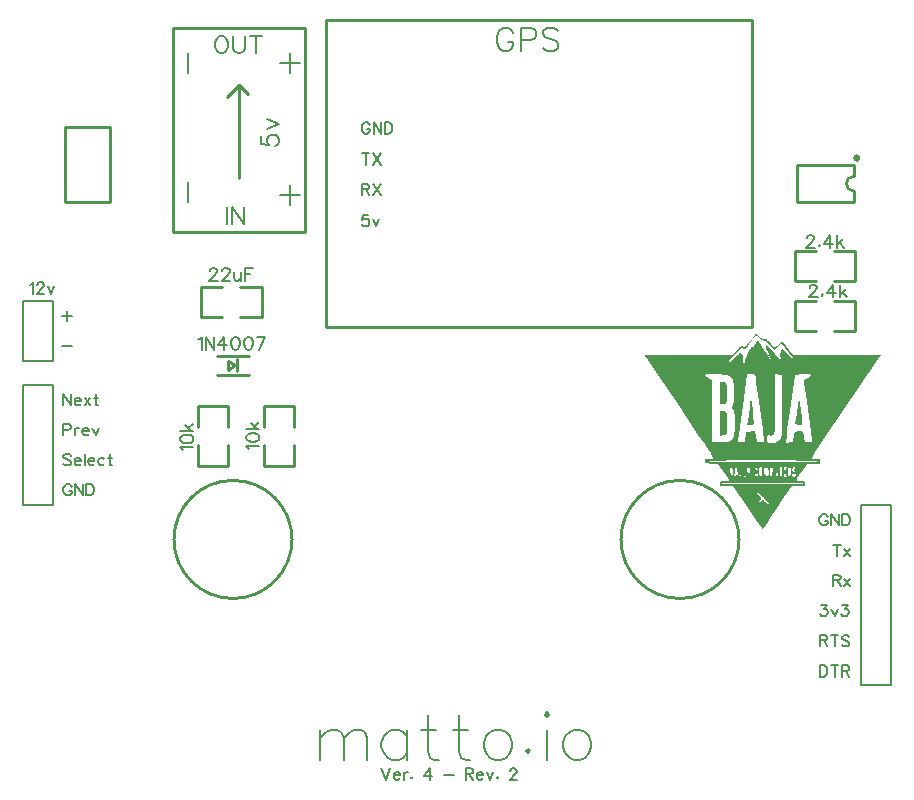
<source format=gto>
G04 Layer: TopSilkLayer*
G04 EasyEDA v6.4.25, 2021-11-06T18:35:38+01:00*
G04 257399e89a0843229902440734c7eb75,b8d8dd1b48584f29be867e52f4c70977,10*
G04 Gerber Generator version 0.2*
G04 Scale: 100 percent, Rotated: No, Reflected: No *
G04 Dimensions in millimeters *
G04 leading zeros omitted , absolute positions ,4 integer and 5 decimal *
%FSLAX45Y45*%
%MOMM*%

%ADD10C,0.2540*%
%ADD31C,0.2032*%
%ADD32C,0.2030*%
%ADD33C,0.1524*%

%LPD*%
G36*
X6194450Y-2674721D02*
G01*
X6193332Y-2675229D01*
X6189065Y-2679293D01*
X6182461Y-2686862D01*
X6173927Y-2697327D01*
X6164021Y-2710180D01*
X6128969Y-2758186D01*
X6119723Y-2770073D01*
X6115812Y-2774645D01*
X6112256Y-2778404D01*
X6109004Y-2781401D01*
X6106007Y-2783738D01*
X6103112Y-2785465D01*
X6100368Y-2786583D01*
X6097574Y-2787243D01*
X6094730Y-2787446D01*
X6091732Y-2787294D01*
X6080658Y-2785313D01*
X6076645Y-2784906D01*
X6072886Y-2784906D01*
X6069279Y-2785516D01*
X6065621Y-2786684D01*
X6061862Y-2788615D01*
X6057900Y-2791256D01*
X6053531Y-2794711D01*
X6048705Y-2799080D01*
X6037122Y-2810865D01*
X5996025Y-2855214D01*
X5496001Y-2855417D01*
X5366105Y-2856128D01*
X5316321Y-2856636D01*
X5279085Y-2857246D01*
X5250891Y-2858211D01*
X5249621Y-2858516D01*
X5252821Y-2864053D01*
X5275630Y-2899003D01*
X5295223Y-2928366D01*
X5952337Y-2928366D01*
X5952896Y-2926537D01*
X5954623Y-2923540D01*
X5961684Y-2914142D01*
X5966917Y-2907690D01*
X5985256Y-2886557D01*
X6005220Y-2864510D01*
X6033719Y-2833827D01*
X6046876Y-2820212D01*
X6057138Y-2810408D01*
X6061405Y-2806750D01*
X6065164Y-2803906D01*
X6068517Y-2801823D01*
X6071616Y-2800350D01*
X6074460Y-2799486D01*
X6077153Y-2799181D01*
X6079794Y-2799334D01*
X6082487Y-2799943D01*
X6094120Y-2804566D01*
X6096711Y-2805176D01*
X6099251Y-2805379D01*
X6101791Y-2805023D01*
X6104382Y-2804160D01*
X6107074Y-2802585D01*
X6110071Y-2800350D01*
X6113322Y-2797302D01*
X6116980Y-2793441D01*
X6125718Y-2782925D01*
X6136995Y-2768193D01*
X6196533Y-2687269D01*
X6224219Y-2714294D01*
X6230315Y-2719984D01*
X6236157Y-2724962D01*
X6241643Y-2729128D01*
X6246672Y-2732430D01*
X6251143Y-2734818D01*
X6255004Y-2736240D01*
X6258153Y-2736697D01*
X6262116Y-2735580D01*
X6264300Y-2735834D01*
X6267043Y-2736799D01*
X6270294Y-2738374D01*
X6278270Y-2743504D01*
X6287922Y-2751023D01*
X6299098Y-2760827D01*
X6311544Y-2772714D01*
X6353962Y-2814675D01*
X6408470Y-2760065D01*
X6441541Y-2798470D01*
X6476593Y-2840532D01*
X6544360Y-2923794D01*
X6413296Y-2795371D01*
X6401765Y-2834284D01*
X6400088Y-2841752D01*
X6399072Y-2848508D01*
X6398666Y-2854807D01*
X6398869Y-2860751D01*
X6399733Y-2866593D01*
X6401257Y-2872587D01*
X6406438Y-2887726D01*
X6408572Y-2895447D01*
X6409486Y-2901086D01*
X6409131Y-2903931D01*
X6408521Y-2903778D01*
X6407251Y-2902966D01*
X6403035Y-2899105D01*
X6396634Y-2892755D01*
X6378600Y-2873502D01*
X6355334Y-2847492D01*
X6326174Y-2813913D01*
X6302248Y-2787091D01*
X6294018Y-2778506D01*
X6287770Y-2772867D01*
X6285331Y-2770987D01*
X6283248Y-2769768D01*
X6281572Y-2769158D01*
X6280200Y-2769108D01*
X6279083Y-2769565D01*
X6278168Y-2770530D01*
X6277508Y-2771902D01*
X6276543Y-2776016D01*
X6276187Y-2778607D01*
X6276035Y-2782112D01*
X6276390Y-2786227D01*
X6277152Y-2790952D01*
X6278422Y-2796235D01*
X6282283Y-2808427D01*
X6284874Y-2815336D01*
X6291326Y-2830525D01*
X6299454Y-2847543D01*
X6315303Y-2878937D01*
X6321094Y-2891282D01*
X6325260Y-2900984D01*
X6327648Y-2907588D01*
X6328054Y-2909570D01*
X6327902Y-2910535D01*
X6327241Y-2910484D01*
X6324650Y-2907792D01*
X6320028Y-2901899D01*
X6305600Y-2881782D01*
X6286144Y-2853131D01*
X6263690Y-2818993D01*
X6207252Y-2731871D01*
X6178092Y-2779014D01*
X6173012Y-2786532D01*
X6168796Y-2792120D01*
X6165392Y-2795879D01*
X6162751Y-2797810D01*
X6160719Y-2798013D01*
X6159246Y-2796590D01*
X6157671Y-2792222D01*
X6156553Y-2792222D01*
X6154978Y-2793441D01*
X6152946Y-2795879D01*
X6150508Y-2799486D01*
X6144564Y-2810052D01*
X6137249Y-2824734D01*
X6128816Y-2843276D01*
X6111544Y-2882747D01*
X6103874Y-2899511D01*
X6097219Y-2913481D01*
X6091936Y-2923794D01*
X6088430Y-2929737D01*
X6087414Y-2930855D01*
X6086398Y-2930804D01*
X6085636Y-2929280D01*
X6085078Y-2926486D01*
X6084671Y-2922524D01*
X6084671Y-2911703D01*
X6086449Y-2887726D01*
X6086754Y-2879242D01*
X6086500Y-2872130D01*
X6085636Y-2866136D01*
X6084112Y-2861056D01*
X6081826Y-2856585D01*
X6078778Y-2852470D01*
X6074867Y-2848457D01*
X6070193Y-2844241D01*
X6066180Y-2841498D01*
X6062421Y-2840329D01*
X6058306Y-2840939D01*
X6053378Y-2843530D01*
X6047181Y-2848254D01*
X6039154Y-2855315D01*
X6010198Y-2881985D01*
X5989421Y-2900730D01*
X5973216Y-2914650D01*
X5961634Y-2923895D01*
X5957570Y-2926791D01*
X5954623Y-2928467D01*
X5952896Y-2928975D01*
X5952439Y-2928823D01*
X5952337Y-2928366D01*
X5295223Y-2928366D01*
X5361949Y-3026867D01*
X5755030Y-3026867D01*
X5755436Y-3026003D01*
X5756656Y-3025190D01*
X5761228Y-3023819D01*
X5768441Y-3022752D01*
X5777941Y-3021888D01*
X5789422Y-3021279D01*
X5816854Y-3020771D01*
X5848045Y-3021126D01*
X5864148Y-3021584D01*
X5895797Y-3023158D01*
X5924346Y-3025444D01*
X5936640Y-3026816D01*
X5947105Y-3028340D01*
X5955436Y-3030016D01*
X5961329Y-3031845D01*
X5968898Y-3035401D01*
X5972403Y-3037382D01*
X5978753Y-3041802D01*
X5981649Y-3044240D01*
X5984392Y-3046933D01*
X5986881Y-3049778D01*
X5989269Y-3052927D01*
X5991453Y-3056280D01*
X5995314Y-3063798D01*
X5997041Y-3067964D01*
X5999988Y-3077311D01*
X6002426Y-3088081D01*
X6004306Y-3100374D01*
X6005728Y-3114294D01*
X6006744Y-3130042D01*
X6007404Y-3147669D01*
X6007658Y-3167430D01*
X6007658Y-3188716D01*
X6007354Y-3208223D01*
X6006744Y-3225444D01*
X6005830Y-3240430D01*
X6004610Y-3253282D01*
X6003036Y-3264052D01*
X6001156Y-3272790D01*
X6000089Y-3276447D01*
X5997702Y-3282289D01*
X5992825Y-3292703D01*
X5991453Y-3300120D01*
X5993638Y-3306368D01*
X6001207Y-3315106D01*
X6002782Y-3317341D01*
X6004204Y-3319983D01*
X6005474Y-3323082D01*
X6006642Y-3326688D01*
X6008624Y-3335680D01*
X6010198Y-3347465D01*
X6011519Y-3362502D01*
X6012535Y-3381298D01*
X6014008Y-3429508D01*
X6014262Y-3451504D01*
X6014212Y-3471214D01*
X6013754Y-3488791D01*
X6012840Y-3504387D01*
X6011418Y-3518204D01*
X6009538Y-3530346D01*
X6008420Y-3535832D01*
X6005677Y-3545789D01*
X6002375Y-3554476D01*
X6000496Y-3558387D01*
X5998413Y-3562045D01*
X5993790Y-3568649D01*
X5988507Y-3574440D01*
X5982411Y-3579571D01*
X5975604Y-3584244D01*
X5967984Y-3588613D01*
X5964584Y-3590290D01*
X6037834Y-3590290D01*
X6038291Y-3585413D01*
X6040678Y-3572306D01*
X6046724Y-3532581D01*
X6055664Y-3470452D01*
X6089751Y-3226054D01*
X6118707Y-3021279D01*
X6163513Y-3021380D01*
X6171844Y-3021787D01*
X6178042Y-3022752D01*
X6182512Y-3024581D01*
X6185611Y-3027426D01*
X6187795Y-3031591D01*
X6189472Y-3037281D01*
X6192113Y-3051911D01*
X6197498Y-3090011D01*
X6204966Y-3147009D01*
X6217970Y-3249930D01*
X6232804Y-3362350D01*
X6249822Y-3485794D01*
X6255105Y-3525367D01*
X6258458Y-3554476D01*
X6259479Y-3568649D01*
X6282994Y-3568649D01*
X6283452Y-3561486D01*
X6284264Y-3553866D01*
X6285280Y-3548126D01*
X6286855Y-3544011D01*
X6289192Y-3541268D01*
X6292596Y-3539693D01*
X6297371Y-3539083D01*
X6303873Y-3539185D01*
X6319418Y-3540302D01*
X6325514Y-3540302D01*
X6330594Y-3539744D01*
X6334912Y-3538626D01*
X6338519Y-3536950D01*
X6341567Y-3534562D01*
X6344208Y-3531514D01*
X6346596Y-3527704D01*
X6347307Y-3525672D01*
X6348018Y-3522421D01*
X6349339Y-3512413D01*
X6350508Y-3497681D01*
X6351473Y-3478276D01*
X6352336Y-3454298D01*
X6353606Y-3392627D01*
X6354216Y-3313125D01*
X6354318Y-3020466D01*
X6415684Y-3024886D01*
X6415582Y-3365804D01*
X6415024Y-3447592D01*
X6414465Y-3477361D01*
X6413601Y-3500932D01*
X6412484Y-3519220D01*
X6411010Y-3533190D01*
X6409182Y-3543808D01*
X6408115Y-3548126D01*
X6405575Y-3555339D01*
X6402578Y-3561537D01*
X6399682Y-3566312D01*
X6396329Y-3570935D01*
X6392570Y-3575304D01*
X6388404Y-3579469D01*
X6383883Y-3583381D01*
X6379057Y-3587038D01*
X6373926Y-3590442D01*
X6368491Y-3593592D01*
X6362852Y-3596386D01*
X6354441Y-3599789D01*
X6446672Y-3599789D01*
X6453174Y-3540658D01*
X6460032Y-3488029D01*
X6475018Y-3383686D01*
X6489954Y-3276142D01*
X6506108Y-3154527D01*
X6515455Y-3086252D01*
X6522110Y-3041243D01*
X6524142Y-3030321D01*
X6525209Y-3029102D01*
X6527596Y-3027934D01*
X6531152Y-3026867D01*
X6535724Y-3025851D01*
X6547510Y-3024124D01*
X6562090Y-3022701D01*
X6578447Y-3021685D01*
X6595719Y-3021076D01*
X6612890Y-3020872D01*
X6629044Y-3021076D01*
X6643268Y-3021787D01*
X6654596Y-3022955D01*
X6658864Y-3023717D01*
X6662064Y-3024632D01*
X6664096Y-3025648D01*
X6664807Y-3026867D01*
X6664147Y-3028340D01*
X6662216Y-3030423D01*
X6659219Y-3033014D01*
X6655257Y-3036011D01*
X6644894Y-3042818D01*
X6632295Y-3050184D01*
X6622440Y-3055670D01*
X6614871Y-3060344D01*
X6609334Y-3064560D01*
X6605574Y-3068574D01*
X6603288Y-3072790D01*
X6602323Y-3077464D01*
X6602425Y-3083001D01*
X6611264Y-3144774D01*
X6624624Y-3244494D01*
X6658914Y-3509314D01*
X6668008Y-3573424D01*
X6670243Y-3585464D01*
X6670751Y-3590290D01*
X6670141Y-3593846D01*
X6668211Y-3596233D01*
X6664553Y-3597706D01*
X6658965Y-3598519D01*
X6651040Y-3598824D01*
X6607911Y-3598875D01*
X6601815Y-3554069D01*
X6599224Y-3536899D01*
X6597954Y-3530041D01*
X6596634Y-3524300D01*
X6595109Y-3519474D01*
X6593382Y-3515512D01*
X6591350Y-3512362D01*
X6588963Y-3509924D01*
X6586118Y-3508095D01*
X6582816Y-3506825D01*
X6578904Y-3505911D01*
X6574332Y-3505403D01*
X6563055Y-3505047D01*
X6549237Y-3505098D01*
X6537807Y-3505606D01*
X6533184Y-3506317D01*
X6529222Y-3507333D01*
X6525818Y-3508857D01*
X6522974Y-3510889D01*
X6520586Y-3513531D01*
X6518656Y-3516833D01*
X6517030Y-3520948D01*
X6515709Y-3525926D01*
X6514592Y-3531819D01*
X6512915Y-3546754D01*
X6510781Y-3575862D01*
X6509816Y-3583025D01*
X6508292Y-3588258D01*
X6505752Y-3591864D01*
X6501841Y-3594252D01*
X6496202Y-3595776D01*
X6488379Y-3596741D01*
X6446672Y-3599789D01*
X6354441Y-3599789D01*
X6351016Y-3601008D01*
X6344818Y-3602786D01*
X6338519Y-3604209D01*
X6332169Y-3605276D01*
X6325768Y-3605885D01*
X6319316Y-3606139D01*
X6312916Y-3605834D01*
X6307074Y-3604920D01*
X6301892Y-3603345D01*
X6297371Y-3601212D01*
X6293459Y-3598468D01*
X6290157Y-3595065D01*
X6287516Y-3591051D01*
X6285433Y-3586378D01*
X6284010Y-3581095D01*
X6283198Y-3575202D01*
X6282994Y-3568649D01*
X6259479Y-3568649D01*
X6259677Y-3574796D01*
X6259423Y-3582111D01*
X6258661Y-3587800D01*
X6257239Y-3592068D01*
X6256324Y-3593693D01*
X6255258Y-3595065D01*
X6252667Y-3596995D01*
X6249416Y-3598062D01*
X6245555Y-3598418D01*
X6240983Y-3598367D01*
X6222593Y-3596843D01*
X6216243Y-3595878D01*
X6210909Y-3594658D01*
X6206439Y-3593134D01*
X6202934Y-3591407D01*
X6200292Y-3589375D01*
X6198616Y-3587038D01*
X6197803Y-3584448D01*
X6187236Y-3504336D01*
X6112459Y-3508654D01*
X6099606Y-3598875D01*
X6057239Y-3598824D01*
X6049467Y-3598519D01*
X6043980Y-3597706D01*
X6040374Y-3596182D01*
X6038443Y-3593795D01*
X6037834Y-3590290D01*
X5964584Y-3590290D01*
X5960567Y-3592068D01*
X5956757Y-3593439D01*
X5948527Y-3595573D01*
X5939028Y-3596995D01*
X5927648Y-3597757D01*
X5913831Y-3597960D01*
X5897016Y-3597656D01*
X5823610Y-3595268D01*
X5819851Y-3067812D01*
X5780938Y-3046425D01*
X5774842Y-3042818D01*
X5764580Y-3035960D01*
X5757621Y-3030423D01*
X5755690Y-3028340D01*
X5755030Y-3026867D01*
X5361949Y-3026867D01*
X5531053Y-3276142D01*
X5688177Y-3506825D01*
X5727903Y-3565448D01*
X5761736Y-3615842D01*
X5789422Y-3657498D01*
X5810605Y-3689858D01*
X5825032Y-3712565D01*
X5832348Y-3725062D01*
X5833211Y-3727043D01*
X5833211Y-3729278D01*
X5832094Y-3731158D01*
X5829808Y-3732682D01*
X5826201Y-3733952D01*
X5821324Y-3734917D01*
X5815076Y-3735578D01*
X5798413Y-3736086D01*
X5786424Y-3736136D01*
X5777382Y-3736441D01*
X5770880Y-3737254D01*
X5766562Y-3738727D01*
X5764072Y-3741115D01*
X5763006Y-3744671D01*
X5762955Y-3749497D01*
X5763786Y-3757574D01*
X5780278Y-3757574D01*
X5780735Y-3757168D01*
X5784748Y-3756304D01*
X5790946Y-3755644D01*
X5811316Y-3754475D01*
X5842355Y-3753408D01*
X5883960Y-3752545D01*
X5998718Y-3751224D01*
X6155283Y-3750614D01*
X6353352Y-3750614D01*
X6507276Y-3751326D01*
X6568998Y-3751884D01*
X6620509Y-3752646D01*
X6661607Y-3753561D01*
X6703669Y-3755186D01*
X6718401Y-3756507D01*
X6721805Y-3757168D01*
X6722465Y-3757574D01*
X6722465Y-3757929D01*
X6720484Y-3758641D01*
X6715810Y-3759352D01*
X6698538Y-3760571D01*
X6670751Y-3761689D01*
X6632600Y-3762603D01*
X6584137Y-3763416D01*
X6456781Y-3764483D01*
X6378041Y-3764787D01*
X6162040Y-3764889D01*
X6007252Y-3764229D01*
X5944412Y-3763670D01*
X5891479Y-3762908D01*
X5848604Y-3762044D01*
X5815990Y-3760978D01*
X5793740Y-3759809D01*
X5786628Y-3759149D01*
X5782106Y-3758488D01*
X5780887Y-3758133D01*
X5780278Y-3757574D01*
X5763786Y-3757574D01*
X5764834Y-3764178D01*
X5765901Y-3767277D01*
X5767425Y-3769817D01*
X5769660Y-3771849D01*
X5772759Y-3773474D01*
X5776925Y-3774694D01*
X5782310Y-3775659D01*
X5789117Y-3776421D01*
X5807811Y-3777538D01*
X5874156Y-3780332D01*
X5912251Y-3837025D01*
X5972251Y-3837025D01*
X5972454Y-3827424D01*
X5972962Y-3820210D01*
X5973978Y-3815029D01*
X5975553Y-3811676D01*
X5977737Y-3809847D01*
X5980582Y-3809237D01*
X5984290Y-3809644D01*
X5987694Y-3810711D01*
X5990488Y-3812540D01*
X5992774Y-3815334D01*
X5994501Y-3819296D01*
X5995822Y-3824528D01*
X5996736Y-3831234D01*
X5997346Y-3839667D01*
X5997702Y-3857498D01*
X5996990Y-3871010D01*
X5996381Y-3876598D01*
X5995568Y-3881221D01*
X5994876Y-3883609D01*
X6007608Y-3883609D01*
X6007862Y-3879799D01*
X6012027Y-3856126D01*
X6013551Y-3844696D01*
X6014567Y-3834028D01*
X6015532Y-3818280D01*
X6017107Y-3813098D01*
X6019342Y-3809898D01*
X6022035Y-3808729D01*
X6024981Y-3809593D01*
X6027877Y-3812540D01*
X6030417Y-3817467D01*
X6032449Y-3824528D01*
X6035903Y-3842613D01*
X6038267Y-3857751D01*
X6052108Y-3857751D01*
X6053074Y-3824224D01*
X6053582Y-3817162D01*
X6053836Y-3815791D01*
X6054140Y-3815892D01*
X6054852Y-3820312D01*
X6057188Y-3843731D01*
X6059662Y-3858107D01*
X6088176Y-3858107D01*
X6089751Y-3804665D01*
X6090959Y-3820210D01*
X6119164Y-3820210D01*
X6119774Y-3815537D01*
X6121095Y-3812540D01*
X6123279Y-3810863D01*
X6126327Y-3810203D01*
X6130391Y-3810254D01*
X6134354Y-3810812D01*
X6137351Y-3811981D01*
X6139535Y-3814064D01*
X6140907Y-3817315D01*
X6141516Y-3821988D01*
X6141516Y-3828440D01*
X6140907Y-3836924D01*
X6139752Y-3847998D01*
X6181039Y-3847998D01*
X6181140Y-3837432D01*
X6181547Y-3828796D01*
X6182258Y-3821887D01*
X6183325Y-3816553D01*
X6184798Y-3812692D01*
X6186728Y-3810152D01*
X6189167Y-3808729D01*
X6192113Y-3808272D01*
X6196736Y-3809187D01*
X6201156Y-3811574D01*
X6204864Y-3815079D01*
X6207404Y-3819448D01*
X6208928Y-3824782D01*
X6209131Y-3829304D01*
X6208318Y-3832860D01*
X6206642Y-3835247D01*
X6204254Y-3836263D01*
X6201410Y-3835806D01*
X6198362Y-3833672D01*
X6195212Y-3829761D01*
X6192113Y-3826510D01*
X6190030Y-3828287D01*
X6188862Y-3835400D01*
X6188572Y-3844391D01*
X6217767Y-3844391D01*
X6217818Y-3834384D01*
X6218631Y-3826103D01*
X6220206Y-3819499D01*
X6222644Y-3814470D01*
X6225844Y-3810965D01*
X6229959Y-3808933D01*
X6234938Y-3808272D01*
X6237884Y-3808729D01*
X6240322Y-3810152D01*
X6242253Y-3812743D01*
X6243726Y-3816654D01*
X6244793Y-3822039D01*
X6245504Y-3828999D01*
X6245910Y-3837787D01*
X6246001Y-3849776D01*
X6260947Y-3849776D01*
X6261354Y-3835501D01*
X6261963Y-3829253D01*
X6262776Y-3823665D01*
X6263792Y-3818788D01*
X6264960Y-3814673D01*
X6266180Y-3811422D01*
X6267500Y-3809034D01*
X6268821Y-3807612D01*
X6270193Y-3807155D01*
X6271463Y-3807714D01*
X6272682Y-3809390D01*
X6273749Y-3812235D01*
X6274714Y-3816248D01*
X6275476Y-3821531D01*
X6277051Y-3847998D01*
X6280099Y-3827729D01*
X6281166Y-3821988D01*
X6282436Y-3817365D01*
X6283858Y-3813810D01*
X6285382Y-3811320D01*
X6287008Y-3809796D01*
X6288684Y-3809288D01*
X6290360Y-3809644D01*
X6292037Y-3810914D01*
X6293662Y-3813048D01*
X6295136Y-3815994D01*
X6296558Y-3819702D01*
X6297726Y-3824122D01*
X6298742Y-3829253D01*
X6299504Y-3835095D01*
X6300012Y-3841496D01*
X6300154Y-3847998D01*
X6310985Y-3847998D01*
X6311087Y-3836263D01*
X6311493Y-3827068D01*
X6312204Y-3820109D01*
X6313474Y-3815029D01*
X6315303Y-3811625D01*
X6317843Y-3809593D01*
X6321196Y-3808577D01*
X6325463Y-3808272D01*
X6332423Y-3809288D01*
X6336893Y-3812794D01*
X6339179Y-3819448D01*
X6339890Y-3829964D01*
X6339332Y-3838346D01*
X6337757Y-3845255D01*
X6335471Y-3849878D01*
X6332677Y-3851605D01*
X6329832Y-3853027D01*
X6327546Y-3856888D01*
X6326993Y-3858971D01*
X6355232Y-3858971D01*
X6356654Y-3804665D01*
X6366408Y-3884117D01*
X6367983Y-3835196D01*
X6368542Y-3827322D01*
X6369304Y-3821074D01*
X6370269Y-3816451D01*
X6371488Y-3813352D01*
X6372860Y-3811828D01*
X6374536Y-3811727D01*
X6376466Y-3813098D01*
X6377940Y-3815283D01*
X6379260Y-3818534D01*
X6380327Y-3822801D01*
X6381262Y-3828440D01*
X6395770Y-3828440D01*
X6396024Y-3821531D01*
X6396736Y-3816299D01*
X6397904Y-3812489D01*
X6399631Y-3810050D01*
X6401968Y-3808679D01*
X6404864Y-3808272D01*
X6407759Y-3808679D01*
X6410096Y-3810050D01*
X6411823Y-3812489D01*
X6412992Y-3816299D01*
X6413703Y-3821531D01*
X6413957Y-3828440D01*
X6413754Y-3837228D01*
X6413195Y-3847998D01*
X6426504Y-3847998D01*
X6426606Y-3835857D01*
X6426962Y-3826459D01*
X6427724Y-3819448D01*
X6429044Y-3814521D01*
X6431076Y-3811270D01*
X6433921Y-3809441D01*
X6437782Y-3808577D01*
X6442760Y-3808374D01*
X6448806Y-3808831D01*
X6452209Y-3809949D01*
X6452920Y-3811625D01*
X6450685Y-3813810D01*
X6447485Y-3818128D01*
X6444843Y-3826052D01*
X6443065Y-3836365D01*
X6442405Y-3847998D01*
X6462623Y-3847998D01*
X6462725Y-3836263D01*
X6463080Y-3827068D01*
X6463842Y-3820109D01*
X6465062Y-3815029D01*
X6466890Y-3811625D01*
X6469430Y-3809593D01*
X6472783Y-3808577D01*
X6477050Y-3808272D01*
X6481368Y-3808577D01*
X6484721Y-3809593D01*
X6487261Y-3811727D01*
X6489039Y-3815283D01*
X6490258Y-3820515D01*
X6490970Y-3827830D01*
X6491325Y-3837482D01*
X6491274Y-3859885D01*
X6490970Y-3868115D01*
X6490218Y-3875633D01*
X6500926Y-3875633D01*
X6500977Y-3871671D01*
X6502349Y-3867708D01*
X6505143Y-3863949D01*
X6508902Y-3860952D01*
X6511493Y-3860901D01*
X6513017Y-3863898D01*
X6514236Y-3874820D01*
X6515150Y-3877462D01*
X6516420Y-3877716D01*
X6517792Y-3875532D01*
X6518198Y-3870706D01*
X6516725Y-3864051D01*
X6513626Y-3856329D01*
X6504990Y-3840886D01*
X6502298Y-3833622D01*
X6501130Y-3826814D01*
X6501434Y-3820718D01*
X6503212Y-3815638D01*
X6506311Y-3811676D01*
X6510781Y-3809187D01*
X6516522Y-3808272D01*
X6521094Y-3809441D01*
X6524548Y-3812743D01*
X6526733Y-3817823D01*
X6527495Y-3824528D01*
X6527139Y-3832148D01*
X6526022Y-3835450D01*
X6523888Y-3834637D01*
X6516979Y-3825087D01*
X6514744Y-3822700D01*
X6513626Y-3822547D01*
X6513576Y-3824427D01*
X6514541Y-3828186D01*
X6516573Y-3833469D01*
X6519519Y-3840175D01*
X6523431Y-3848049D01*
X6526987Y-3855974D01*
X6529171Y-3863390D01*
X6530136Y-3870147D01*
X6529781Y-3875989D01*
X6528206Y-3880865D01*
X6525463Y-3884574D01*
X6521500Y-3886911D01*
X6516420Y-3887724D01*
X6511594Y-3887063D01*
X6507480Y-3885336D01*
X6504279Y-3882694D01*
X6502044Y-3879342D01*
X6500926Y-3875633D01*
X6490218Y-3875633D01*
X6489649Y-3879087D01*
X6488684Y-3881932D01*
X6487464Y-3883101D01*
X6485991Y-3882593D01*
X6481216Y-3876294D01*
X6478981Y-3874617D01*
X6477660Y-3875430D01*
X6476542Y-3882186D01*
X6474968Y-3885031D01*
X6472631Y-3887012D01*
X6469837Y-3887724D01*
X6468414Y-3886911D01*
X6467043Y-3884574D01*
X6465824Y-3880916D01*
X6464757Y-3876040D01*
X6463842Y-3870147D01*
X6463182Y-3863390D01*
X6462776Y-3855974D01*
X6462623Y-3847998D01*
X6442405Y-3847998D01*
X6443065Y-3859631D01*
X6444843Y-3869944D01*
X6447485Y-3877818D01*
X6450685Y-3882186D01*
X6452920Y-3884371D01*
X6452209Y-3886047D01*
X6448806Y-3887165D01*
X6442760Y-3887571D01*
X6437782Y-3887419D01*
X6433921Y-3886555D01*
X6431076Y-3884726D01*
X6429044Y-3881475D01*
X6427724Y-3876548D01*
X6426962Y-3869537D01*
X6426606Y-3860139D01*
X6426504Y-3847998D01*
X6413195Y-3847998D01*
X6411772Y-3863390D01*
X6409740Y-3876040D01*
X6408572Y-3880916D01*
X6407353Y-3884574D01*
X6406083Y-3886911D01*
X6404864Y-3887724D01*
X6403644Y-3886911D01*
X6402374Y-3884574D01*
X6401155Y-3880916D01*
X6399987Y-3876040D01*
X6398869Y-3870147D01*
X6397904Y-3863390D01*
X6396482Y-3847998D01*
X6395923Y-3837228D01*
X6395770Y-3828440D01*
X6381262Y-3828440D01*
X6381800Y-3833418D01*
X6382156Y-3839514D01*
X6382156Y-3845864D01*
X6381851Y-3852367D01*
X6381140Y-3860444D01*
X6380124Y-3867251D01*
X6378854Y-3872890D01*
X6377279Y-3877411D01*
X6375298Y-3880967D01*
X6372961Y-3883558D01*
X6370218Y-3885336D01*
X6366967Y-3886352D01*
X6363258Y-3886758D01*
X6360414Y-3886200D01*
X6358229Y-3884371D01*
X6356705Y-3881018D01*
X6355791Y-3875836D01*
X6355334Y-3868623D01*
X6355232Y-3858971D01*
X6326993Y-3858971D01*
X6326022Y-3862628D01*
X6324854Y-3876649D01*
X6323330Y-3882390D01*
X6321044Y-3886301D01*
X6318199Y-3887724D01*
X6316776Y-3886911D01*
X6315405Y-3884574D01*
X6314186Y-3880916D01*
X6313119Y-3876040D01*
X6312255Y-3870147D01*
X6311544Y-3863390D01*
X6311138Y-3855974D01*
X6310985Y-3847998D01*
X6300154Y-3847998D01*
X6300012Y-3858056D01*
X6299606Y-3865930D01*
X6298793Y-3872229D01*
X6297574Y-3877208D01*
X6295898Y-3880916D01*
X6293713Y-3883558D01*
X6290919Y-3885285D01*
X6287516Y-3886352D01*
X6282080Y-3886504D01*
X6278016Y-3884777D01*
X6275425Y-3881120D01*
X6274409Y-3875582D01*
X6273952Y-3868978D01*
X6272936Y-3866896D01*
X6271006Y-3869537D01*
X6266129Y-3879900D01*
X6264808Y-3881221D01*
X6263690Y-3880764D01*
X6262776Y-3878427D01*
X6262065Y-3874211D01*
X6261150Y-3859987D01*
X6260947Y-3849776D01*
X6246001Y-3849776D01*
X6245910Y-3860139D01*
X6245555Y-3869232D01*
X6244844Y-3876192D01*
X6243726Y-3881120D01*
X6242151Y-3884371D01*
X6239916Y-3886149D01*
X6237020Y-3886758D01*
X6233363Y-3886352D01*
X6230264Y-3885387D01*
X6227521Y-3883710D01*
X6225184Y-3881272D01*
X6223203Y-3878021D01*
X6221526Y-3873906D01*
X6220206Y-3868928D01*
X6219190Y-3863035D01*
X6218478Y-3856177D01*
X6217767Y-3844391D01*
X6188572Y-3844391D01*
X6188456Y-3847998D01*
X6188862Y-3860596D01*
X6190030Y-3867708D01*
X6192113Y-3869486D01*
X6195212Y-3866235D01*
X6198209Y-3862527D01*
X6201359Y-3860190D01*
X6204356Y-3859479D01*
X6206794Y-3860546D01*
X6208928Y-3863949D01*
X6209538Y-3868064D01*
X6208776Y-3872585D01*
X6206947Y-3877056D01*
X6204102Y-3881170D01*
X6200597Y-3884574D01*
X6196533Y-3886860D01*
X6192113Y-3887724D01*
X6189167Y-3887266D01*
X6186728Y-3885844D01*
X6184798Y-3883253D01*
X6183325Y-3879443D01*
X6182258Y-3874109D01*
X6181547Y-3867200D01*
X6181140Y-3858564D01*
X6181039Y-3847998D01*
X6139752Y-3847998D01*
X6137910Y-3862933D01*
X6136030Y-3874770D01*
X6134150Y-3883202D01*
X6133236Y-3886149D01*
X6132322Y-3888232D01*
X6131407Y-3889451D01*
X6130442Y-3889857D01*
X6129528Y-3889349D01*
X6128613Y-3888028D01*
X6126734Y-3882796D01*
X6124905Y-3874160D01*
X6122974Y-3862120D01*
X6119876Y-3835450D01*
X6119215Y-3826713D01*
X6119164Y-3820210D01*
X6090959Y-3820210D01*
X6093256Y-3847947D01*
X6094272Y-3855008D01*
X6095542Y-3861663D01*
X6097016Y-3867607D01*
X6098641Y-3872839D01*
X6100318Y-3877106D01*
X6102096Y-3880205D01*
X6103874Y-3882034D01*
X6106871Y-3884422D01*
X6107176Y-3886149D01*
X6104788Y-3887215D01*
X6099810Y-3887571D01*
X6096203Y-3887266D01*
X6093358Y-3886149D01*
X6091224Y-3883812D01*
X6089700Y-3880154D01*
X6088735Y-3874820D01*
X6088278Y-3867556D01*
X6088176Y-3858107D01*
X6059662Y-3858107D01*
X6062167Y-3867861D01*
X6063691Y-3872433D01*
X6065316Y-3876040D01*
X6069838Y-3882847D01*
X6070193Y-3885641D01*
X6067856Y-3887215D01*
X6062776Y-3887724D01*
X6059525Y-3887317D01*
X6056934Y-3885996D01*
X6055004Y-3883558D01*
X6053582Y-3879697D01*
X6052667Y-3874262D01*
X6052159Y-3866997D01*
X6052108Y-3857751D01*
X6038267Y-3857751D01*
X6039307Y-3868267D01*
X6039408Y-3872687D01*
X6039205Y-3876395D01*
X6038748Y-3879392D01*
X6037986Y-3881780D01*
X6036970Y-3883507D01*
X6035649Y-3884676D01*
X6033211Y-3885539D01*
X6031230Y-3884929D01*
X6029909Y-3883050D01*
X6028740Y-3876751D01*
X6026556Y-3875836D01*
X6022848Y-3877411D01*
X6013704Y-3884269D01*
X6011011Y-3886047D01*
X6009132Y-3886606D01*
X6008014Y-3885844D01*
X6007608Y-3883609D01*
X5994876Y-3883609D01*
X5994552Y-3884726D01*
X5993434Y-3886911D01*
X5992215Y-3887724D01*
X5989777Y-3886403D01*
X5987694Y-3882948D01*
X5986119Y-3877767D01*
X5985357Y-3871468D01*
X5984849Y-3862730D01*
X5983935Y-3860037D01*
X5982106Y-3863492D01*
X5977331Y-3877462D01*
X5976061Y-3879799D01*
X5975045Y-3880104D01*
X5974181Y-3878376D01*
X5973521Y-3874515D01*
X5972606Y-3860037D01*
X5972251Y-3837025D01*
X5912251Y-3837025D01*
X5936843Y-3874008D01*
X5954979Y-3902456D01*
X5960872Y-3912209D01*
X5964021Y-3918051D01*
X5964428Y-3919270D01*
X5963666Y-3920185D01*
X5961583Y-3921048D01*
X5958230Y-3921810D01*
X5948476Y-3923029D01*
X5935573Y-3923690D01*
X5916625Y-3923893D01*
X5907786Y-3924198D01*
X5901385Y-3925062D01*
X5897016Y-3926687D01*
X5894324Y-3929329D01*
X5892901Y-3933139D01*
X5892342Y-3938473D01*
X5892241Y-3945483D01*
X5906668Y-3945483D01*
X5907125Y-3944975D01*
X5908497Y-3944467D01*
X5913932Y-3943604D01*
X5922924Y-3942740D01*
X5951524Y-3941267D01*
X5994095Y-3940098D01*
X6050330Y-3939184D01*
X6120028Y-3938574D01*
X6202883Y-3938270D01*
X6367780Y-3938524D01*
X6439255Y-3939133D01*
X6497929Y-3939997D01*
X6543294Y-3941165D01*
X6560870Y-3941826D01*
X6574993Y-3942587D01*
X6585559Y-3943400D01*
X6592570Y-3944264D01*
X6594703Y-3944721D01*
X6595922Y-3945229D01*
X6596227Y-3945737D01*
X6595668Y-3946194D01*
X6594144Y-3946702D01*
X6588404Y-3947566D01*
X6579108Y-3948429D01*
X6566153Y-3949192D01*
X6529527Y-3950462D01*
X6478625Y-3951478D01*
X6413550Y-3952189D01*
X6334404Y-3952595D01*
X6184544Y-3952595D01*
X6103874Y-3952240D01*
X6036665Y-3951528D01*
X5983122Y-3950563D01*
X5943549Y-3949344D01*
X5929020Y-3948582D01*
X5918098Y-3947769D01*
X5910783Y-3946906D01*
X5908497Y-3946448D01*
X5907125Y-3945940D01*
X5906668Y-3945483D01*
X5892241Y-3945483D01*
X5892241Y-3967124D01*
X5999886Y-3967124D01*
X6108441Y-4128058D01*
X6192926Y-4128058D01*
X6193586Y-4126026D01*
X6199174Y-4116628D01*
X6205169Y-4108246D01*
X6212128Y-4100322D01*
X6215684Y-4096765D01*
X6219139Y-4093718D01*
X6222441Y-4091178D01*
X6229654Y-4086758D01*
X6233058Y-4084015D01*
X6235598Y-4081170D01*
X6237224Y-4078122D01*
X6237935Y-4074820D01*
X6237732Y-4071315D01*
X6236614Y-4067505D01*
X6234582Y-4063339D01*
X6231636Y-4058869D01*
X6227724Y-4053992D01*
X6222898Y-4048709D01*
X6208725Y-4034282D01*
X6201816Y-4026154D01*
X6197193Y-4019346D01*
X6195466Y-4014876D01*
X6196025Y-4013962D01*
X6197701Y-4014165D01*
X6200292Y-4015435D01*
X6203696Y-4017721D01*
X6212586Y-4024782D01*
X6223457Y-4034840D01*
X6251397Y-4062171D01*
X6281674Y-4031081D01*
X6291580Y-4021886D01*
X6296050Y-4018026D01*
X6303416Y-4012488D01*
X6306007Y-4010964D01*
X6307785Y-4010456D01*
X6308445Y-4011015D01*
X6307988Y-4012692D01*
X6306413Y-4015333D01*
X6303924Y-4018838D01*
X6296406Y-4027932D01*
X6286042Y-4039006D01*
X6258153Y-4067556D01*
X6290665Y-4103624D01*
X6300368Y-4115104D01*
X6306718Y-4123537D01*
X6308699Y-4126585D01*
X6309868Y-4128820D01*
X6310172Y-4130243D01*
X6309715Y-4130801D01*
X6308394Y-4130497D01*
X6303365Y-4127195D01*
X6295136Y-4120235D01*
X6272479Y-4099001D01*
X6262319Y-4090517D01*
X6258001Y-4087215D01*
X6254343Y-4084777D01*
X6251498Y-4083202D01*
X6249619Y-4082643D01*
X6247739Y-4083202D01*
X6244844Y-4084777D01*
X6236614Y-4090619D01*
X6226200Y-4099204D01*
X6200546Y-4122928D01*
X6196330Y-4126585D01*
X6193790Y-4128262D01*
X6192926Y-4128058D01*
X6108441Y-4128058D01*
X6194958Y-4256024D01*
X6241643Y-4324299D01*
X6245758Y-4330039D01*
X6246368Y-4330141D01*
X6247333Y-4329684D01*
X6250533Y-4326890D01*
X6255105Y-4321860D01*
X6260947Y-4314850D01*
X6275882Y-4295394D01*
X6294120Y-4270044D01*
X6314592Y-4240276D01*
X6373926Y-4152493D01*
X6433718Y-4064558D01*
X6500317Y-3967124D01*
X6607048Y-3967124D01*
X6606946Y-3938473D01*
X6606336Y-3933139D01*
X6604914Y-3929329D01*
X6602222Y-3926687D01*
X6597853Y-3925062D01*
X6591452Y-3924198D01*
X6582613Y-3923893D01*
X6563664Y-3923690D01*
X6550761Y-3922877D01*
X6545427Y-3922217D01*
X6541007Y-3921404D01*
X6537706Y-3920490D01*
X6535572Y-3919474D01*
X6534861Y-3918407D01*
X6535216Y-3917086D01*
X6538264Y-3911447D01*
X6543903Y-3902252D01*
X6561328Y-3875836D01*
X6589623Y-3835146D01*
X6608724Y-3806647D01*
X6615531Y-3795979D01*
X6621068Y-3786124D01*
X6621475Y-3784803D01*
X6622643Y-3783736D01*
X6625996Y-3782720D01*
X6631381Y-3781806D01*
X6638442Y-3780993D01*
X6656781Y-3779824D01*
X6679234Y-3779418D01*
X6736994Y-3779418D01*
X6736892Y-3750716D01*
X6736334Y-3745382D01*
X6734860Y-3741572D01*
X6732117Y-3738930D01*
X6727647Y-3737356D01*
X6721144Y-3736492D01*
X6712102Y-3736136D01*
X6689750Y-3735984D01*
X6681520Y-3735628D01*
X6675374Y-3734968D01*
X6670954Y-3733952D01*
X6668211Y-3732428D01*
X6666839Y-3730447D01*
X6666738Y-3727805D01*
X6668058Y-3723690D01*
X6672681Y-3715765D01*
X6694017Y-3682441D01*
X6727698Y-3631590D01*
X6796125Y-3530346D01*
X7212380Y-2917037D01*
X7230313Y-2890113D01*
X7243216Y-2870149D01*
X7249363Y-2859735D01*
X7249617Y-2858973D01*
X7247432Y-2858566D01*
X7230618Y-2857804D01*
X7198715Y-2857093D01*
X7153605Y-2856433D01*
X7031126Y-2855569D01*
X6957517Y-2855315D01*
X6506464Y-2855214D01*
X6409486Y-2739339D01*
X6377990Y-2769870D01*
X6367678Y-2778963D01*
X6358737Y-2785872D01*
X6355130Y-2788208D01*
X6352336Y-2789732D01*
X6350406Y-2790240D01*
X6348374Y-2789478D01*
X6345224Y-2787345D01*
X6341110Y-2783941D01*
X6336233Y-2779471D01*
X6324701Y-2767787D01*
X6303213Y-2743708D01*
X6295745Y-2735783D01*
X6289243Y-2729687D01*
X6283553Y-2725216D01*
X6278422Y-2722219D01*
X6273647Y-2720594D01*
X6269075Y-2720238D01*
X6260033Y-2721610D01*
X6255715Y-2721457D01*
X6251244Y-2720441D01*
X6246622Y-2718409D01*
X6241694Y-2715412D01*
X6236411Y-2711348D01*
X6230569Y-2706166D01*
X6219190Y-2694787D01*
X6209690Y-2685796D01*
X6201613Y-2678988D01*
X6198463Y-2676702D01*
X6196025Y-2675229D01*
G37*
G36*
X5885027Y-3086252D02*
G01*
X5885027Y-3274009D01*
X5914136Y-3273907D01*
X5918911Y-3273653D01*
X5923280Y-3273145D01*
X5927242Y-3272383D01*
X5930798Y-3271316D01*
X5933948Y-3269843D01*
X5936742Y-3267964D01*
X5939231Y-3265627D01*
X5941364Y-3262782D01*
X5943193Y-3259429D01*
X5944768Y-3255467D01*
X5946089Y-3250844D01*
X5947206Y-3245510D01*
X5948070Y-3239516D01*
X5949238Y-3225088D01*
X5949848Y-3207156D01*
X5950000Y-3185414D01*
X5949797Y-3161944D01*
X5949137Y-3142437D01*
X5948578Y-3134004D01*
X5946902Y-3119729D01*
X5945784Y-3113735D01*
X5944463Y-3108502D01*
X5942888Y-3103930D01*
X5941009Y-3099968D01*
X5938926Y-3096666D01*
X5936488Y-3093872D01*
X5933795Y-3091586D01*
X5930747Y-3089757D01*
X5927344Y-3088386D01*
X5923584Y-3087420D01*
X5919470Y-3086760D01*
X5914948Y-3086354D01*
G37*
G36*
X6557467Y-3233724D02*
G01*
X6534353Y-3395929D01*
X6527596Y-3445256D01*
X6529933Y-3446018D01*
X6536232Y-3446678D01*
X6545630Y-3447135D01*
X6586524Y-3447287D01*
X6578853Y-3376320D01*
X6574840Y-3344164D01*
X6570472Y-3311601D01*
X6566153Y-3281476D01*
X6562242Y-3256584D01*
X6559245Y-3239719D01*
X6558178Y-3235198D01*
G37*
G36*
X6151575Y-3233928D02*
G01*
X6150711Y-3234283D01*
X6149746Y-3236010D01*
X6148679Y-3239109D01*
X6147511Y-3243478D01*
X6145072Y-3255721D01*
X6142482Y-3272231D01*
X6139891Y-3292398D01*
X6131052Y-3370783D01*
X6125514Y-3416604D01*
X6121298Y-3447287D01*
X6160262Y-3447186D01*
X6167018Y-3446779D01*
X6172098Y-3446068D01*
X6175705Y-3444951D01*
X6177991Y-3443274D01*
X6179058Y-3441090D01*
X6179108Y-3438245D01*
X6177889Y-3432911D01*
X6175502Y-3418128D01*
X6172301Y-3393287D01*
X6168644Y-3361639D01*
X6164021Y-3317697D01*
X6160160Y-3284677D01*
X6156502Y-3257550D01*
X6153454Y-3239617D01*
X6152286Y-3235096D01*
G37*
G36*
X5885027Y-3331768D02*
G01*
X5885027Y-3543046D01*
X5911494Y-3538728D01*
X5922264Y-3536340D01*
X5931916Y-3532987D01*
X5939485Y-3529076D01*
X5943854Y-3525164D01*
X5944768Y-3523335D01*
X5946292Y-3517341D01*
X5947511Y-3508603D01*
X5948527Y-3497529D01*
X5949289Y-3484626D01*
X5950000Y-3454857D01*
X5950051Y-3438906D01*
X5949340Y-3406952D01*
X5948680Y-3391814D01*
X5947816Y-3377793D01*
X5946698Y-3365347D01*
X5945428Y-3354933D01*
X5943904Y-3346907D01*
X5943092Y-3343960D01*
X5942228Y-3341776D01*
X5941314Y-3340404D01*
X5936081Y-3337051D01*
X5928207Y-3334308D01*
X5918758Y-3332429D01*
X5908852Y-3331768D01*
G37*
G36*
X6479794Y-3824071D02*
G01*
X6478524Y-3825646D01*
X6477762Y-3829151D01*
X6477609Y-3834180D01*
X6478117Y-3839210D01*
X6479082Y-3841648D01*
X6480403Y-3841445D01*
X6481978Y-3838498D01*
X6483146Y-3834485D01*
X6483400Y-3830523D01*
X6482842Y-3827119D01*
X6481419Y-3824681D01*
G37*
G36*
X5981598Y-3824071D02*
G01*
X5980328Y-3825646D01*
X5979566Y-3829151D01*
X5979414Y-3834180D01*
X5979922Y-3839210D01*
X5980887Y-3841648D01*
X5982208Y-3841445D01*
X5983782Y-3838498D01*
X5984951Y-3834485D01*
X5985205Y-3830523D01*
X5984646Y-3827119D01*
X5983224Y-3824681D01*
G37*
G36*
X6235446Y-3831640D02*
G01*
X6234480Y-3833418D01*
X6233769Y-3840276D01*
X6233515Y-3851605D01*
X6233769Y-3862933D01*
X6234480Y-3869791D01*
X6235446Y-3871620D01*
X6236665Y-3867861D01*
X6237630Y-3860241D01*
X6237986Y-3851605D01*
X6237630Y-3842969D01*
X6236665Y-3835349D01*
G37*
D31*
X6733288Y-5486400D02*
G01*
X6733288Y-5581904D01*
X6733288Y-5486400D02*
G01*
X6765038Y-5486400D01*
X6778754Y-5490971D01*
X6787898Y-5500115D01*
X6792470Y-5509260D01*
X6797042Y-5522721D01*
X6797042Y-5545581D01*
X6792470Y-5559297D01*
X6787898Y-5568187D01*
X6778754Y-5577331D01*
X6765038Y-5581904D01*
X6733288Y-5581904D01*
X6858764Y-5486400D02*
G01*
X6858764Y-5581904D01*
X6827014Y-5486400D02*
G01*
X6890514Y-5486400D01*
X6920486Y-5486400D02*
G01*
X6920486Y-5581904D01*
X6920486Y-5486400D02*
G01*
X6961380Y-5486400D01*
X6975096Y-5490971D01*
X6979668Y-5495544D01*
X6984240Y-5504687D01*
X6984240Y-5513831D01*
X6979668Y-5522721D01*
X6975096Y-5527294D01*
X6961380Y-5531865D01*
X6920486Y-5531865D01*
X6952490Y-5531865D02*
G01*
X6984240Y-5581904D01*
X6733288Y-5229860D02*
G01*
X6733288Y-5325363D01*
X6733288Y-5229860D02*
G01*
X6774182Y-5229860D01*
X6787898Y-5234431D01*
X6792470Y-5239004D01*
X6797042Y-5248147D01*
X6797042Y-5257292D01*
X6792470Y-5266181D01*
X6787898Y-5270754D01*
X6774182Y-5275326D01*
X6733288Y-5275326D01*
X6765038Y-5275326D02*
G01*
X6797042Y-5325363D01*
X6858764Y-5229860D02*
G01*
X6858764Y-5325363D01*
X6827014Y-5229860D02*
G01*
X6890514Y-5229860D01*
X6984240Y-5243576D02*
G01*
X6975096Y-5234431D01*
X6961380Y-5229860D01*
X6943346Y-5229860D01*
X6929630Y-5234431D01*
X6920486Y-5243576D01*
X6920486Y-5252720D01*
X6925058Y-5261863D01*
X6929630Y-5266181D01*
X6938774Y-5270754D01*
X6965952Y-5279897D01*
X6975096Y-5284470D01*
X6979668Y-5289042D01*
X6984240Y-5298186D01*
X6984240Y-5311647D01*
X6975096Y-5320792D01*
X6961380Y-5325363D01*
X6943346Y-5325363D01*
X6929630Y-5320792D01*
X6920486Y-5311647D01*
X6747002Y-4973320D02*
G01*
X6797040Y-4973320D01*
X6769608Y-5009642D01*
X6783324Y-5009642D01*
X6792468Y-5014213D01*
X6797040Y-5018786D01*
X6801611Y-5032502D01*
X6801611Y-5041645D01*
X6797040Y-5055107D01*
X6787895Y-5064252D01*
X6774179Y-5068823D01*
X6760463Y-5068823D01*
X6747002Y-5064252D01*
X6742429Y-5059679D01*
X6737858Y-5050536D01*
X6831584Y-5005323D02*
G01*
X6858761Y-5068823D01*
X6885940Y-5005323D02*
G01*
X6858761Y-5068823D01*
X6925056Y-4973320D02*
G01*
X6975093Y-4973320D01*
X6947915Y-5009642D01*
X6961377Y-5009642D01*
X6970522Y-5014213D01*
X6975093Y-5018786D01*
X6979665Y-5032502D01*
X6979665Y-5041645D01*
X6975093Y-5055107D01*
X6965950Y-5064252D01*
X6952488Y-5068823D01*
X6938772Y-5068823D01*
X6925056Y-5064252D01*
X6920484Y-5059679D01*
X6916165Y-5050536D01*
X6845302Y-4720589D02*
G01*
X6845302Y-4816094D01*
X6845302Y-4720589D02*
G01*
X6886196Y-4720589D01*
X6899912Y-4725162D01*
X6904484Y-4729734D01*
X6909056Y-4738878D01*
X6909056Y-4748021D01*
X6904484Y-4756912D01*
X6899912Y-4761484D01*
X6886196Y-4766055D01*
X6845302Y-4766055D01*
X6877052Y-4766055D02*
G01*
X6909056Y-4816094D01*
X6939028Y-4752594D02*
G01*
X6988812Y-4816094D01*
X6988812Y-4752594D02*
G01*
X6939028Y-4816094D01*
X6877052Y-4466589D02*
G01*
X6877052Y-4562094D01*
X6845302Y-4466589D02*
G01*
X6909056Y-4466589D01*
X6939028Y-4498594D02*
G01*
X6988812Y-4562094D01*
X6988812Y-4498594D02*
G01*
X6939028Y-4562094D01*
X6799072Y-4226560D02*
G01*
X6794754Y-4217415D01*
X6785609Y-4208271D01*
X6776465Y-4203700D01*
X6758177Y-4203700D01*
X6749288Y-4208271D01*
X6740143Y-4217415D01*
X6735572Y-4226560D01*
X6731000Y-4240021D01*
X6731000Y-4262881D01*
X6735572Y-4276597D01*
X6740143Y-4285487D01*
X6749288Y-4294631D01*
X6758177Y-4299204D01*
X6776465Y-4299204D01*
X6785609Y-4294631D01*
X6794754Y-4285487D01*
X6799072Y-4276597D01*
X6799072Y-4262881D01*
X6776465Y-4262881D02*
G01*
X6799072Y-4262881D01*
X6829297Y-4203700D02*
G01*
X6829297Y-4299204D01*
X6829297Y-4203700D02*
G01*
X6892797Y-4299204D01*
X6892797Y-4203700D02*
G01*
X6892797Y-4299204D01*
X6922770Y-4203700D02*
G01*
X6922770Y-4299204D01*
X6922770Y-4203700D02*
G01*
X6954520Y-4203700D01*
X6968236Y-4208271D01*
X6977379Y-4217415D01*
X6981952Y-4226560D01*
X6986524Y-4240021D01*
X6986524Y-4262881D01*
X6981952Y-4276597D01*
X6977379Y-4285487D01*
X6968236Y-4294631D01*
X6954520Y-4299204D01*
X6922770Y-4299204D01*
X398271Y-3972557D02*
G01*
X393954Y-3963413D01*
X384810Y-3954269D01*
X375665Y-3949697D01*
X357378Y-3949697D01*
X348487Y-3954269D01*
X339344Y-3963413D01*
X334771Y-3972557D01*
X330200Y-3986019D01*
X330200Y-4008879D01*
X334771Y-4022595D01*
X339344Y-4031485D01*
X348487Y-4040629D01*
X357378Y-4045201D01*
X375665Y-4045201D01*
X384810Y-4040629D01*
X393954Y-4031485D01*
X398271Y-4022595D01*
X398271Y-4008879D01*
X375665Y-4008879D02*
G01*
X398271Y-4008879D01*
X428497Y-3949697D02*
G01*
X428497Y-4045201D01*
X428497Y-3949697D02*
G01*
X491997Y-4045201D01*
X491997Y-3949697D02*
G01*
X491997Y-4045201D01*
X521970Y-3949697D02*
G01*
X521970Y-4045201D01*
X521970Y-3949697D02*
G01*
X553720Y-3949697D01*
X567436Y-3954269D01*
X576579Y-3963413D01*
X581152Y-3972557D01*
X585723Y-3986019D01*
X585723Y-4008879D01*
X581152Y-4022595D01*
X576579Y-4031485D01*
X567436Y-4040629D01*
X553720Y-4045201D01*
X521970Y-4045201D01*
X393954Y-3709413D02*
G01*
X384810Y-3700269D01*
X371094Y-3695697D01*
X352805Y-3695697D01*
X339344Y-3700269D01*
X330200Y-3709413D01*
X330200Y-3718557D01*
X334771Y-3727701D01*
X339344Y-3732019D01*
X348487Y-3736591D01*
X375665Y-3745735D01*
X384810Y-3750307D01*
X389381Y-3754879D01*
X393954Y-3764023D01*
X393954Y-3777485D01*
X384810Y-3786629D01*
X371094Y-3791201D01*
X352805Y-3791201D01*
X339344Y-3786629D01*
X330200Y-3777485D01*
X423926Y-3754879D02*
G01*
X478281Y-3754879D01*
X478281Y-3745735D01*
X473710Y-3736591D01*
X469392Y-3732019D01*
X460247Y-3727701D01*
X446531Y-3727701D01*
X437387Y-3732019D01*
X428497Y-3741163D01*
X423926Y-3754879D01*
X423926Y-3764023D01*
X428497Y-3777485D01*
X437387Y-3786629D01*
X446531Y-3791201D01*
X460247Y-3791201D01*
X469392Y-3786629D01*
X478281Y-3777485D01*
X508507Y-3695697D02*
G01*
X508507Y-3791201D01*
X538479Y-3754879D02*
G01*
X592836Y-3754879D01*
X592836Y-3745735D01*
X588263Y-3736591D01*
X583945Y-3732019D01*
X574802Y-3727701D01*
X561086Y-3727701D01*
X551942Y-3732019D01*
X543052Y-3741163D01*
X538479Y-3754879D01*
X538479Y-3764023D01*
X543052Y-3777485D01*
X551942Y-3786629D01*
X561086Y-3791201D01*
X574802Y-3791201D01*
X583945Y-3786629D01*
X592836Y-3777485D01*
X677418Y-3741163D02*
G01*
X668273Y-3732019D01*
X659384Y-3727701D01*
X645668Y-3727701D01*
X636523Y-3732019D01*
X627379Y-3741163D01*
X622807Y-3754879D01*
X622807Y-3764023D01*
X627379Y-3777485D01*
X636523Y-3786629D01*
X645668Y-3791201D01*
X659384Y-3791201D01*
X668273Y-3786629D01*
X677418Y-3777485D01*
X721105Y-3695697D02*
G01*
X721105Y-3772913D01*
X725678Y-3786629D01*
X734821Y-3791201D01*
X743712Y-3791201D01*
X707389Y-3727701D02*
G01*
X739394Y-3727701D01*
X330200Y-3441697D02*
G01*
X330200Y-3537201D01*
X330200Y-3441697D02*
G01*
X371094Y-3441697D01*
X384810Y-3446269D01*
X389381Y-3450841D01*
X393954Y-3459985D01*
X393954Y-3473701D01*
X389381Y-3482591D01*
X384810Y-3487163D01*
X371094Y-3491735D01*
X330200Y-3491735D01*
X423926Y-3473701D02*
G01*
X423926Y-3537201D01*
X423926Y-3500879D02*
G01*
X428497Y-3487163D01*
X437387Y-3478019D01*
X446531Y-3473701D01*
X460247Y-3473701D01*
X490220Y-3500879D02*
G01*
X544829Y-3500879D01*
X544829Y-3491735D01*
X540257Y-3482591D01*
X535686Y-3478019D01*
X526542Y-3473701D01*
X512826Y-3473701D01*
X503936Y-3478019D01*
X494792Y-3487163D01*
X490220Y-3500879D01*
X490220Y-3510023D01*
X494792Y-3523485D01*
X503936Y-3532629D01*
X512826Y-3537201D01*
X526542Y-3537201D01*
X535686Y-3532629D01*
X544829Y-3523485D01*
X574802Y-3473701D02*
G01*
X601979Y-3537201D01*
X629412Y-3473701D02*
G01*
X601979Y-3537201D01*
X330200Y-3187697D02*
G01*
X330200Y-3283201D01*
X330200Y-3187697D02*
G01*
X393954Y-3283201D01*
X393954Y-3187697D02*
G01*
X393954Y-3283201D01*
X423926Y-3246879D02*
G01*
X478281Y-3246879D01*
X478281Y-3237735D01*
X473710Y-3228591D01*
X469392Y-3224019D01*
X460247Y-3219701D01*
X446531Y-3219701D01*
X437387Y-3224019D01*
X428497Y-3233163D01*
X423926Y-3246879D01*
X423926Y-3256023D01*
X428497Y-3269485D01*
X437387Y-3278629D01*
X446531Y-3283201D01*
X460247Y-3283201D01*
X469392Y-3278629D01*
X478281Y-3269485D01*
X508507Y-3219701D02*
G01*
X558292Y-3283201D01*
X558292Y-3219701D02*
G01*
X508507Y-3283201D01*
X601979Y-3187697D02*
G01*
X601979Y-3264913D01*
X606552Y-3278629D01*
X615695Y-3283201D01*
X624839Y-3283201D01*
X588263Y-3219701D02*
G01*
X620268Y-3219701D01*
X317500Y-2781300D02*
G01*
X399287Y-2781300D01*
X358394Y-2489202D02*
G01*
X358394Y-2570990D01*
X317500Y-2530096D02*
G01*
X399287Y-2530096D01*
X50800Y-2262375D02*
G01*
X59944Y-2257803D01*
X73405Y-2244087D01*
X73405Y-2339591D01*
X107950Y-2266947D02*
G01*
X107950Y-2262375D01*
X112521Y-2253231D01*
X117094Y-2248659D01*
X126237Y-2244087D01*
X144526Y-2244087D01*
X153415Y-2248659D01*
X157987Y-2253231D01*
X162560Y-2262375D01*
X162560Y-2271519D01*
X157987Y-2280409D01*
X149097Y-2294125D01*
X103631Y-2339591D01*
X167131Y-2339591D01*
X197104Y-2276091D02*
G01*
X224536Y-2339591D01*
X251713Y-2276091D02*
G01*
X224536Y-2339591D01*
X2501900Y-6030468D02*
G01*
X2501900Y-6284976D01*
X2501900Y-6103112D02*
G01*
X2556509Y-6048755D01*
X2592831Y-6030468D01*
X2647441Y-6030468D01*
X2683763Y-6048755D01*
X2701797Y-6103112D01*
X2701797Y-6284976D01*
X2701797Y-6103112D02*
G01*
X2756408Y-6048755D01*
X2792729Y-6030468D01*
X2847340Y-6030468D01*
X2883661Y-6048755D01*
X2901950Y-6103112D01*
X2901950Y-6284976D01*
X3240024Y-6030468D02*
G01*
X3240024Y-6284976D01*
X3240024Y-6085078D02*
G01*
X3203702Y-6048755D01*
X3167379Y-6030468D01*
X3112770Y-6030468D01*
X3076447Y-6048755D01*
X3040125Y-6085078D01*
X3021838Y-6139687D01*
X3021838Y-6176010D01*
X3040125Y-6230365D01*
X3076447Y-6266942D01*
X3112770Y-6284976D01*
X3167379Y-6284976D01*
X3203702Y-6266942D01*
X3240024Y-6230365D01*
X3414522Y-5903213D02*
G01*
X3414522Y-6212331D01*
X3432809Y-6266942D01*
X3469131Y-6284976D01*
X3505454Y-6284976D01*
X3360165Y-6030468D02*
G01*
X3487420Y-6030468D01*
X3680206Y-5903213D02*
G01*
X3680206Y-6212331D01*
X3698240Y-6266942D01*
X3734561Y-6284976D01*
X3770884Y-6284976D01*
X3625595Y-6030468D02*
G01*
X3752850Y-6030468D01*
X3981958Y-6030468D02*
G01*
X3945636Y-6048755D01*
X3909059Y-6085078D01*
X3891025Y-6139687D01*
X3891025Y-6176010D01*
X3909059Y-6230365D01*
X3945636Y-6266942D01*
X3981958Y-6284976D01*
X4036568Y-6284976D01*
X4072890Y-6266942D01*
X4109211Y-6230365D01*
X4127245Y-6176010D01*
X4127245Y-6139687D01*
X4109211Y-6085078D01*
X4072890Y-6048755D01*
X4036568Y-6030468D01*
X3981958Y-6030468D01*
X4265422Y-6194044D02*
G01*
X4247388Y-6212331D01*
X4265422Y-6230365D01*
X4283709Y-6212331D01*
X4265422Y-6194044D01*
X4403597Y-5903213D02*
G01*
X4421886Y-5921502D01*
X4440174Y-5903213D01*
X4421886Y-5884926D01*
X4403597Y-5903213D01*
X4421886Y-6030468D02*
G01*
X4421886Y-6284976D01*
X4650993Y-6030468D02*
G01*
X4614672Y-6048755D01*
X4578350Y-6085078D01*
X4560061Y-6139687D01*
X4560061Y-6176010D01*
X4578350Y-6230365D01*
X4614672Y-6266942D01*
X4650993Y-6284976D01*
X4705604Y-6284976D01*
X4741925Y-6266942D01*
X4778247Y-6230365D01*
X4796536Y-6176010D01*
X4796536Y-6139687D01*
X4778247Y-6085078D01*
X4741925Y-6048755D01*
X4705604Y-6030468D01*
X4650993Y-6030468D01*
X3022600Y-6358889D02*
G01*
X3058922Y-6454394D01*
X3095243Y-6358889D02*
G01*
X3058922Y-6454394D01*
X3125215Y-6418071D02*
G01*
X3179825Y-6418071D01*
X3179825Y-6408928D01*
X3175254Y-6399784D01*
X3170681Y-6395212D01*
X3161791Y-6390894D01*
X3148075Y-6390894D01*
X3138931Y-6395212D01*
X3129788Y-6404355D01*
X3125215Y-6418071D01*
X3125215Y-6427215D01*
X3129788Y-6440678D01*
X3138931Y-6449821D01*
X3148075Y-6454394D01*
X3161791Y-6454394D01*
X3170681Y-6449821D01*
X3179825Y-6440678D01*
X3209797Y-6390894D02*
G01*
X3209797Y-6454394D01*
X3209797Y-6418071D02*
G01*
X3214370Y-6404355D01*
X3223513Y-6395212D01*
X3232658Y-6390894D01*
X3246120Y-6390894D01*
X3280663Y-6431787D02*
G01*
X3276345Y-6436105D01*
X3280663Y-6440678D01*
X3285236Y-6436105D01*
X3280663Y-6431787D01*
X3430777Y-6358889D02*
G01*
X3385311Y-6422644D01*
X3453384Y-6422644D01*
X3430777Y-6358889D02*
G01*
X3430777Y-6454394D01*
X3553459Y-6413500D02*
G01*
X3635247Y-6413500D01*
X3735324Y-6358889D02*
G01*
X3735324Y-6454394D01*
X3735324Y-6358889D02*
G01*
X3776218Y-6358889D01*
X3789934Y-6363462D01*
X3794506Y-6368034D01*
X3799077Y-6377178D01*
X3799077Y-6386321D01*
X3794506Y-6395212D01*
X3789934Y-6399784D01*
X3776218Y-6404355D01*
X3735324Y-6404355D01*
X3767074Y-6404355D02*
G01*
X3799077Y-6454394D01*
X3829050Y-6418071D02*
G01*
X3883406Y-6418071D01*
X3883406Y-6408928D01*
X3879088Y-6399784D01*
X3874515Y-6395212D01*
X3865372Y-6390894D01*
X3851656Y-6390894D01*
X3842511Y-6395212D01*
X3833622Y-6404355D01*
X3829050Y-6418071D01*
X3829050Y-6427215D01*
X3833622Y-6440678D01*
X3842511Y-6449821D01*
X3851656Y-6454394D01*
X3865372Y-6454394D01*
X3874515Y-6449821D01*
X3883406Y-6440678D01*
X3913631Y-6390894D02*
G01*
X3940809Y-6454394D01*
X3967988Y-6390894D02*
G01*
X3940809Y-6454394D01*
X4002531Y-6431787D02*
G01*
X3997959Y-6436105D01*
X4002531Y-6440678D01*
X4007104Y-6436105D01*
X4002531Y-6431787D01*
X4111752Y-6381750D02*
G01*
X4111752Y-6377178D01*
X4116324Y-6368034D01*
X4120895Y-6363462D01*
X4129786Y-6358889D01*
X4148074Y-6358889D01*
X4157218Y-6363462D01*
X4161790Y-6368034D01*
X4166108Y-6377178D01*
X4166108Y-6386321D01*
X4161790Y-6395212D01*
X4152645Y-6408928D01*
X4107179Y-6454394D01*
X4170679Y-6454394D01*
D33*
X1473200Y-2725671D02*
G01*
X1483613Y-2720591D01*
X1499107Y-2705097D01*
X1499107Y-2814063D01*
X1533397Y-2705097D02*
G01*
X1533397Y-2814063D01*
X1533397Y-2705097D02*
G01*
X1606295Y-2814063D01*
X1606295Y-2705097D02*
G01*
X1606295Y-2814063D01*
X1692402Y-2705097D02*
G01*
X1640586Y-2777741D01*
X1718310Y-2777741D01*
X1692402Y-2705097D02*
G01*
X1692402Y-2814063D01*
X1783842Y-2705097D02*
G01*
X1768347Y-2710177D01*
X1757934Y-2725671D01*
X1752600Y-2751833D01*
X1752600Y-2767327D01*
X1757934Y-2793235D01*
X1768347Y-2808983D01*
X1783842Y-2814063D01*
X1794255Y-2814063D01*
X1809750Y-2808983D01*
X1820163Y-2793235D01*
X1825497Y-2767327D01*
X1825497Y-2751833D01*
X1820163Y-2725671D01*
X1809750Y-2710177D01*
X1794255Y-2705097D01*
X1783842Y-2705097D01*
X1891029Y-2705097D02*
G01*
X1875281Y-2710177D01*
X1864868Y-2725671D01*
X1859787Y-2751833D01*
X1859787Y-2767327D01*
X1864868Y-2793235D01*
X1875281Y-2808983D01*
X1891029Y-2814063D01*
X1901189Y-2814063D01*
X1916937Y-2808983D01*
X1927352Y-2793235D01*
X1932431Y-2767327D01*
X1932431Y-2751833D01*
X1927352Y-2725671D01*
X1916937Y-2710177D01*
X1901189Y-2705097D01*
X1891029Y-2705097D01*
X2039620Y-2705097D02*
G01*
X1987550Y-2814063D01*
X1966721Y-2705097D02*
G01*
X2039620Y-2705097D01*
D31*
X1714500Y-1606042D02*
G01*
X1714500Y-1751329D01*
X1760220Y-1606042D02*
G01*
X1760220Y-1751329D01*
X1760220Y-1606042D02*
G01*
X1857247Y-1751329D01*
X1857247Y-1606042D02*
G01*
X1857247Y-1751329D01*
X1654555Y-158242D02*
G01*
X1640586Y-165100D01*
X1626870Y-179070D01*
X1619757Y-192786D01*
X1612900Y-213613D01*
X1612900Y-248157D01*
X1619757Y-268986D01*
X1626870Y-282955D01*
X1640586Y-296671D01*
X1654555Y-303529D01*
X1682242Y-303529D01*
X1695957Y-296671D01*
X1709928Y-282955D01*
X1716786Y-268986D01*
X1723644Y-248157D01*
X1723644Y-213613D01*
X1716786Y-192786D01*
X1709928Y-179070D01*
X1695957Y-165100D01*
X1682242Y-158242D01*
X1654555Y-158242D01*
X1769363Y-158242D02*
G01*
X1769363Y-262128D01*
X1776476Y-282955D01*
X1790192Y-296671D01*
X1811020Y-303529D01*
X1824989Y-303529D01*
X1845563Y-296671D01*
X1859534Y-282955D01*
X1866392Y-262128D01*
X1866392Y-158242D01*
X1960626Y-158242D02*
G01*
X1960626Y-303529D01*
X1912112Y-158242D02*
G01*
X2009139Y-158242D01*
X2164842Y-386842D02*
G01*
X2330957Y-386842D01*
X2247900Y-469900D02*
G01*
X2247900Y-303529D01*
X1384300Y-469900D02*
G01*
X1384300Y-303529D01*
X1384300Y-1562100D02*
G01*
X1384300Y-1395729D01*
X2164842Y-1504442D02*
G01*
X2330957Y-1504442D01*
X2247900Y-1587500D02*
G01*
X2247900Y-1421129D01*
X2006600Y-1006345D02*
G01*
X2006600Y-1075433D01*
X2068829Y-1082545D01*
X2061971Y-1075433D01*
X2055113Y-1054859D01*
X2055113Y-1034031D01*
X2061971Y-1013203D01*
X2075687Y-999233D01*
X2096515Y-992375D01*
X2110486Y-992375D01*
X2131313Y-999233D01*
X2145029Y-1013203D01*
X2151887Y-1034031D01*
X2151887Y-1054859D01*
X2145029Y-1075433D01*
X2138171Y-1082545D01*
X2124202Y-1089403D01*
X2055113Y-946655D02*
G01*
X2151887Y-905253D01*
X2055113Y-863597D02*
G01*
X2151887Y-905253D01*
X4138929Y-135128D02*
G01*
X4129786Y-116586D01*
X4111243Y-98044D01*
X4092702Y-88900D01*
X4055872Y-88900D01*
X4037329Y-98044D01*
X4018788Y-116586D01*
X4009643Y-135128D01*
X4000500Y-162813D01*
X4000500Y-208787D01*
X4009643Y-236728D01*
X4018788Y-255015D01*
X4037329Y-273557D01*
X4055872Y-282702D01*
X4092702Y-282702D01*
X4111243Y-273557D01*
X4129786Y-255015D01*
X4138929Y-236728D01*
X4138929Y-208787D01*
X4092702Y-208787D02*
G01*
X4138929Y-208787D01*
X4199890Y-88900D02*
G01*
X4199890Y-282702D01*
X4199890Y-88900D02*
G01*
X4282947Y-88900D01*
X4310888Y-98044D01*
X4320031Y-107187D01*
X4329175Y-125729D01*
X4329175Y-153415D01*
X4320031Y-171957D01*
X4310888Y-181102D01*
X4282947Y-190500D01*
X4199890Y-190500D01*
X4519422Y-116586D02*
G01*
X4501134Y-98044D01*
X4473447Y-88900D01*
X4436363Y-88900D01*
X4408677Y-98044D01*
X4390136Y-116586D01*
X4390136Y-135128D01*
X4399534Y-153415D01*
X4408677Y-162813D01*
X4427220Y-171957D01*
X4482591Y-190500D01*
X4501134Y-199644D01*
X4510277Y-208787D01*
X4519422Y-227329D01*
X4519422Y-255015D01*
X4501134Y-273557D01*
X4473447Y-282702D01*
X4436363Y-282702D01*
X4408677Y-273557D01*
X4390136Y-255015D01*
X2925318Y-911854D02*
G01*
X2921000Y-902710D01*
X2911856Y-893566D01*
X2902711Y-888994D01*
X2884424Y-888994D01*
X2875534Y-893566D01*
X2866390Y-902710D01*
X2861818Y-911854D01*
X2857245Y-925316D01*
X2857245Y-948176D01*
X2861818Y-961892D01*
X2866390Y-970782D01*
X2875534Y-979926D01*
X2884424Y-984498D01*
X2902711Y-984498D01*
X2911856Y-979926D01*
X2921000Y-970782D01*
X2925318Y-961892D01*
X2925318Y-948176D01*
X2902711Y-948176D02*
G01*
X2925318Y-948176D01*
X2955543Y-888994D02*
G01*
X2955543Y-984498D01*
X2955543Y-888994D02*
G01*
X3019043Y-984498D01*
X3019043Y-888994D02*
G01*
X3019043Y-984498D01*
X3049015Y-888994D02*
G01*
X3049015Y-984498D01*
X3049015Y-888994D02*
G01*
X3080765Y-888994D01*
X3094481Y-893566D01*
X3103625Y-902710D01*
X3108197Y-911854D01*
X3112770Y-925316D01*
X3112770Y-948176D01*
X3108197Y-961892D01*
X3103625Y-970782D01*
X3094481Y-979926D01*
X3080765Y-984498D01*
X3049015Y-984498D01*
X2888995Y-1150106D02*
G01*
X2888995Y-1245610D01*
X2857245Y-1150106D02*
G01*
X2921000Y-1150106D01*
X2950972Y-1150106D02*
G01*
X3014472Y-1245610D01*
X3014472Y-1150106D02*
G01*
X2950972Y-1245610D01*
X2857245Y-1411221D02*
G01*
X2857245Y-1506725D01*
X2857245Y-1411221D02*
G01*
X2898140Y-1411221D01*
X2911856Y-1415793D01*
X2916427Y-1420365D01*
X2921000Y-1429509D01*
X2921000Y-1438653D01*
X2916427Y-1447543D01*
X2911856Y-1452115D01*
X2898140Y-1456687D01*
X2857245Y-1456687D01*
X2888995Y-1456687D02*
G01*
X2921000Y-1506725D01*
X2950972Y-1411221D02*
G01*
X3014472Y-1506725D01*
X3014472Y-1411221D02*
G01*
X2950972Y-1506725D01*
X2911856Y-1672336D02*
G01*
X2866390Y-1672336D01*
X2861818Y-1713229D01*
X2866390Y-1708657D01*
X2879852Y-1704339D01*
X2893568Y-1704339D01*
X2907284Y-1708657D01*
X2916427Y-1717802D01*
X2921000Y-1731518D01*
X2921000Y-1740662D01*
X2916427Y-1754123D01*
X2907284Y-1763268D01*
X2893568Y-1767839D01*
X2879852Y-1767839D01*
X2866390Y-1763268D01*
X2861818Y-1758695D01*
X2857245Y-1749552D01*
X2950972Y-1704339D02*
G01*
X2978150Y-1767839D01*
X3005327Y-1704339D02*
G01*
X2978150Y-1767839D01*
D33*
X6621779Y-1868678D02*
G01*
X6621779Y-1863344D01*
X6627113Y-1852929D01*
X6632193Y-1847850D01*
X6642608Y-1842770D01*
X6663436Y-1842770D01*
X6673850Y-1847850D01*
X6678929Y-1852929D01*
X6684263Y-1863344D01*
X6684263Y-1873757D01*
X6678929Y-1884171D01*
X6668770Y-1899920D01*
X6616700Y-1951736D01*
X6689343Y-1951736D01*
X6728968Y-1925828D02*
G01*
X6723634Y-1930907D01*
X6728968Y-1936242D01*
X6734047Y-1930907D01*
X6728968Y-1925828D01*
X6820408Y-1842770D02*
G01*
X6768338Y-1915413D01*
X6846315Y-1915413D01*
X6820408Y-1842770D02*
G01*
X6820408Y-1951736D01*
X6880606Y-1842770D02*
G01*
X6880606Y-1951736D01*
X6932675Y-1879092D02*
G01*
X6880606Y-1930907D01*
X6901434Y-1910079D02*
G01*
X6937756Y-1951736D01*
X6647179Y-2287778D02*
G01*
X6647179Y-2282444D01*
X6652513Y-2272029D01*
X6657593Y-2266950D01*
X6668008Y-2261870D01*
X6688836Y-2261870D01*
X6699250Y-2266950D01*
X6704329Y-2272029D01*
X6709663Y-2282444D01*
X6709663Y-2292857D01*
X6704329Y-2303271D01*
X6694170Y-2319020D01*
X6642100Y-2370836D01*
X6714743Y-2370836D01*
X6754368Y-2344928D02*
G01*
X6749034Y-2350007D01*
X6754368Y-2355342D01*
X6759447Y-2350007D01*
X6754368Y-2344928D01*
X6845808Y-2261870D02*
G01*
X6793738Y-2334513D01*
X6871715Y-2334513D01*
X6845808Y-2261870D02*
G01*
X6845808Y-2370836D01*
X6906006Y-2261870D02*
G01*
X6906006Y-2370836D01*
X6958075Y-2298192D02*
G01*
X6906006Y-2350007D01*
X6926834Y-2329179D02*
G01*
X6963156Y-2370836D01*
X1900173Y-3653538D02*
G01*
X1895094Y-3643124D01*
X1879600Y-3627630D01*
X1988565Y-3627630D01*
X1879600Y-3562098D02*
G01*
X1884679Y-3577592D01*
X1900173Y-3588006D01*
X1926336Y-3593340D01*
X1941829Y-3593340D01*
X1967737Y-3588006D01*
X1983486Y-3577592D01*
X1988565Y-3562098D01*
X1988565Y-3551684D01*
X1983486Y-3536190D01*
X1967737Y-3525776D01*
X1941829Y-3520442D01*
X1926336Y-3520442D01*
X1900173Y-3525776D01*
X1884679Y-3536190D01*
X1879600Y-3551684D01*
X1879600Y-3562098D01*
X1879600Y-3486152D02*
G01*
X1988565Y-3486152D01*
X1915921Y-3434336D02*
G01*
X1967737Y-3486152D01*
X1946910Y-3465578D02*
G01*
X1988565Y-3429002D01*
X1567179Y-2146807D02*
G01*
X1567179Y-2141473D01*
X1572513Y-2131060D01*
X1577594Y-2125979D01*
X1588007Y-2120900D01*
X1608836Y-2120900D01*
X1619250Y-2125979D01*
X1624329Y-2131060D01*
X1629663Y-2141473D01*
X1629663Y-2151887D01*
X1624329Y-2162302D01*
X1614170Y-2178050D01*
X1562100Y-2229865D01*
X1634744Y-2229865D01*
X1674368Y-2146807D02*
G01*
X1674368Y-2141473D01*
X1679447Y-2131060D01*
X1684781Y-2125979D01*
X1695195Y-2120900D01*
X1715770Y-2120900D01*
X1726184Y-2125979D01*
X1731518Y-2131060D01*
X1736597Y-2141473D01*
X1736597Y-2151887D01*
X1731518Y-2162302D01*
X1721104Y-2178050D01*
X1669034Y-2229865D01*
X1741931Y-2229865D01*
X1776221Y-2157221D02*
G01*
X1776221Y-2209037D01*
X1781302Y-2224786D01*
X1791715Y-2229865D01*
X1807210Y-2229865D01*
X1817623Y-2224786D01*
X1833371Y-2209037D01*
X1833371Y-2157221D02*
G01*
X1833371Y-2229865D01*
X1867662Y-2120900D02*
G01*
X1867662Y-2229865D01*
X1867662Y-2120900D02*
G01*
X1935226Y-2120900D01*
X1867662Y-2172715D02*
G01*
X1909063Y-2172715D01*
X1341376Y-3666238D02*
G01*
X1336296Y-3655824D01*
X1320802Y-3640330D01*
X1429768Y-3640330D01*
X1320802Y-3574798D02*
G01*
X1325882Y-3590292D01*
X1341376Y-3600706D01*
X1367538Y-3606040D01*
X1383032Y-3606040D01*
X1408940Y-3600706D01*
X1424688Y-3590292D01*
X1429768Y-3574798D01*
X1429768Y-3564384D01*
X1424688Y-3548890D01*
X1408940Y-3538476D01*
X1383032Y-3533142D01*
X1367538Y-3533142D01*
X1341376Y-3538476D01*
X1325882Y-3548890D01*
X1320802Y-3564384D01*
X1320802Y-3574798D01*
X1320802Y-3498852D02*
G01*
X1429768Y-3498852D01*
X1357124Y-3447036D02*
G01*
X1408940Y-3498852D01*
X1388112Y-3478278D02*
G01*
X1429768Y-3441702D01*
D10*
X1780539Y-2946400D02*
G01*
X1722120Y-2987039D01*
X1722120Y-2987039D02*
G01*
X1722120Y-2905760D01*
X1722120Y-2905760D02*
G01*
X1780539Y-2946400D01*
X1897379Y-3025139D02*
G01*
X1628139Y-3025139D01*
X1628139Y-2867660D02*
G01*
X1897379Y-2867660D01*
X1803400Y-2997200D02*
G01*
X1803400Y-2895600D01*
X2374900Y-1816100D02*
G01*
X2374900Y-88900D01*
X2374900Y-88900D02*
G01*
X1257300Y-88900D01*
X1257300Y-1816100D02*
G01*
X1257300Y-88900D01*
X2374900Y-1816100D02*
G01*
X1257300Y-1816100D01*
X1816100Y-1358900D02*
G01*
X1816100Y-571500D01*
X1816100Y-571500D02*
G01*
X1714500Y-673100D01*
X1816100Y-571500D02*
G01*
X1892300Y-647700D01*
X2552700Y-25400D02*
G01*
X6159500Y-25400D01*
X6159500Y-2625394D01*
X2552700Y-2625394D01*
X2552700Y-25400D01*
X725901Y-1564599D02*
G01*
X725901Y-924600D01*
X725901Y-1564599D02*
G01*
X345902Y-1564599D01*
X345902Y-924600D02*
G01*
X345902Y-1564599D01*
X345902Y-924600D02*
G01*
X725901Y-924600D01*
X6705600Y-1981200D02*
G01*
X6527800Y-1981200D01*
X6527800Y-2235200D01*
X6705600Y-2235200D01*
X6858000Y-2235200D02*
G01*
X7035800Y-2235200D01*
X7035800Y-1981200D01*
X6858000Y-1981200D01*
X6705600Y-2400300D02*
G01*
X6527800Y-2400300D01*
X6527800Y-2654300D01*
X6705600Y-2654300D01*
X6858000Y-2654300D02*
G01*
X7035800Y-2654300D01*
X7035800Y-2400300D01*
X6858000Y-2400300D01*
D31*
X7340600Y-4318000D02*
G01*
X7340600Y-4127500D01*
X7086600Y-4127500D01*
X7086600Y-5651500D01*
X7340600Y-5651500D01*
D32*
X7340600Y-5651500D02*
G01*
X7340600Y-4318000D01*
D10*
X2032000Y-3619500D02*
G01*
X2032000Y-3797300D01*
X2286000Y-3797300D01*
X2286000Y-3619500D01*
X2286000Y-3467100D02*
G01*
X2286000Y-3289300D01*
X2032000Y-3289300D01*
X2032000Y-3467100D01*
D31*
X-12700Y-3111500D02*
G01*
X241300Y-3111500D01*
X241300Y-4127500D01*
X-12700Y-4127500D01*
X-12700Y-3937000D01*
D32*
X-12700Y-3111500D02*
G01*
X-12700Y-3937000D01*
D31*
X-12700Y-2400300D02*
G01*
X238760Y-2400300D01*
X238760Y-2908300D01*
X-12700Y-2908300D01*
X-12700Y-2400300D01*
D10*
X1676400Y-2286000D02*
G01*
X1491589Y-2286000D01*
X1491589Y-2540000D01*
X1676400Y-2540000D01*
X1828800Y-2540000D02*
G01*
X2014601Y-2540000D01*
X2014601Y-2286000D01*
X1828800Y-2286000D01*
X1727200Y-3467100D02*
G01*
X1727200Y-3289300D01*
X1473200Y-3289300D01*
X1473200Y-3467100D01*
X1473200Y-3619500D02*
G01*
X1473200Y-3797300D01*
X1727200Y-3797300D01*
X1727200Y-3619500D01*
X7023100Y-1249679D02*
G01*
X6540500Y-1249679D01*
X6540500Y-1564639D01*
X7023100Y-1564639D01*
X7023100Y-1564639D02*
G01*
X7023100Y-1470660D01*
X7023100Y-1343660D02*
G01*
X7023100Y-1249679D01*
G75*
G01*
X7023100Y-1470660D02*
G02*
X7023100Y-1343660I0J63500D01*
G75*
G01
X6049899Y-4419600D02*
G03X6049899Y-4419600I-499999J0D01*
G75*
G01
X2265299Y-4419600D02*
G03X2265299Y-4419600I-499999J0D01*
G75*
G01
X7065010Y-1191260D02*
G03X7065010Y-1191260I-19050J0D01*
M02*

</source>
